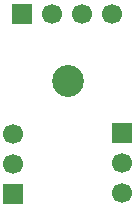
<source format=gts>
G04 #@! TF.GenerationSoftware,KiCad,Pcbnew,9.0.2*
G04 #@! TF.CreationDate,2025-07-05T11:04:00-07:00*
G04 #@! TF.ProjectId,Passive,50617373-6976-4652-9e6b-696361645f70,rev?*
G04 #@! TF.SameCoordinates,Original*
G04 #@! TF.FileFunction,Soldermask,Top*
G04 #@! TF.FilePolarity,Negative*
%FSLAX46Y46*%
G04 Gerber Fmt 4.6, Leading zero omitted, Abs format (unit mm)*
G04 Created by KiCad (PCBNEW 9.0.2) date 2025-07-05 11:04:00*
%MOMM*%
%LPD*%
G01*
G04 APERTURE LIST*
%ADD10C,2.700000*%
%ADD11R,1.700000X1.700000*%
%ADD12C,1.700000*%
G04 APERTURE END LIST*
D10*
X152500000Y-81500000D03*
D11*
X147885000Y-91080000D03*
D12*
X147885000Y-88540000D03*
X147885000Y-86000000D03*
X157115000Y-91040000D03*
X157115000Y-88500000D03*
D11*
X157115000Y-85960000D03*
X148615000Y-75885000D03*
D12*
X151155000Y-75885000D03*
X153695000Y-75885000D03*
X156235000Y-75885000D03*
M02*

</source>
